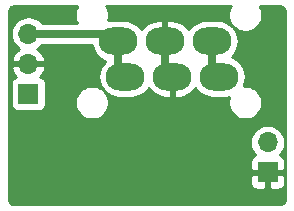
<source format=gbr>
G04 #@! TF.GenerationSoftware,KiCad,Pcbnew,(5.1.4)-1*
G04 #@! TF.CreationDate,2020-03-11T16:56:26-04:00*
G04 #@! TF.ProjectId,MicSwitchBoardElectret,4d696353-7769-4746-9368-426f61726445,rev?*
G04 #@! TF.SameCoordinates,Original*
G04 #@! TF.FileFunction,Copper,L1,Top*
G04 #@! TF.FilePolarity,Positive*
%FSLAX46Y46*%
G04 Gerber Fmt 4.6, Leading zero omitted, Abs format (unit mm)*
G04 Created by KiCad (PCBNEW (5.1.4)-1) date 2020-03-11 16:56:26*
%MOMM*%
%LPD*%
G04 APERTURE LIST*
%ADD10O,3.300000X2.300000*%
%ADD11O,1.700000X1.700000*%
%ADD12R,1.700000X1.700000*%
%ADD13C,0.800000*%
%ADD14C,0.635000*%
%ADD15C,0.254000*%
G04 APERTURE END LIST*
D10*
X132460000Y-68510000D03*
X131860000Y-65510000D03*
X128510000Y-68510000D03*
X127910000Y-65510000D03*
X124560000Y-68510000D03*
X123960000Y-65510000D03*
D11*
X136590000Y-74090000D03*
D12*
X136590000Y-76630000D03*
D11*
X116350000Y-64895000D03*
X116350000Y-67435000D03*
D12*
X116350000Y-69975000D03*
D13*
X127762000Y-78486000D03*
X124460000Y-77978000D03*
X119888000Y-78486000D03*
X117856000Y-76962000D03*
D14*
X127910000Y-67910000D02*
X128510000Y-68510000D01*
X127910000Y-65510000D02*
X127910000Y-67910000D01*
X131860000Y-67910000D02*
X132460000Y-68510000D01*
X131860000Y-65510000D02*
X131860000Y-67910000D01*
X123960000Y-67910000D02*
X124560000Y-68510000D01*
X123960000Y-65510000D02*
X123960000Y-67910000D01*
X123345000Y-64895000D02*
X123960000Y-65510000D01*
X116350000Y-64895000D02*
X123345000Y-64895000D01*
D15*
G36*
X120438320Y-62630273D02*
G01*
X120330147Y-62891426D01*
X120275000Y-63168665D01*
X120275000Y-63451335D01*
X120330147Y-63728574D01*
X120418758Y-63942500D01*
X117489364Y-63942500D01*
X117405134Y-63839866D01*
X117179014Y-63654294D01*
X116921034Y-63516401D01*
X116641111Y-63431487D01*
X116422950Y-63410000D01*
X116277050Y-63410000D01*
X116058889Y-63431487D01*
X115778966Y-63516401D01*
X115520986Y-63654294D01*
X115294866Y-63839866D01*
X115109294Y-64065986D01*
X114971401Y-64323966D01*
X114886487Y-64603889D01*
X114857815Y-64895000D01*
X114886487Y-65186111D01*
X114971401Y-65466034D01*
X115109294Y-65724014D01*
X115294866Y-65950134D01*
X115520986Y-66135706D01*
X115585523Y-66170201D01*
X115468645Y-66239822D01*
X115252412Y-66434731D01*
X115078359Y-66668080D01*
X114953175Y-66930901D01*
X114908524Y-67078110D01*
X115029845Y-67308000D01*
X116223000Y-67308000D01*
X116223000Y-67288000D01*
X116477000Y-67288000D01*
X116477000Y-67308000D01*
X117670155Y-67308000D01*
X117791476Y-67078110D01*
X117746825Y-66930901D01*
X117621641Y-66668080D01*
X117447588Y-66434731D01*
X117231355Y-66239822D01*
X117114477Y-66170201D01*
X117179014Y-66135706D01*
X117405134Y-65950134D01*
X117489364Y-65847500D01*
X121699605Y-65847500D01*
X121700828Y-65859921D01*
X121802896Y-66196395D01*
X121968646Y-66506491D01*
X122191708Y-66778292D01*
X122463509Y-67001354D01*
X122773605Y-67167104D01*
X122853195Y-67191247D01*
X122791708Y-67241708D01*
X122568646Y-67513509D01*
X122402896Y-67823605D01*
X122300828Y-68160079D01*
X122266364Y-68510000D01*
X122300828Y-68859921D01*
X122402896Y-69196395D01*
X122568646Y-69506491D01*
X122718573Y-69689177D01*
X122624759Y-69595363D01*
X122389727Y-69438320D01*
X122128574Y-69330147D01*
X121851335Y-69275000D01*
X121568665Y-69275000D01*
X121291426Y-69330147D01*
X121030273Y-69438320D01*
X120795241Y-69595363D01*
X120595363Y-69795241D01*
X120438320Y-70030273D01*
X120330147Y-70291426D01*
X120275000Y-70568665D01*
X120275000Y-70851335D01*
X120330147Y-71128574D01*
X120438320Y-71389727D01*
X120595363Y-71624759D01*
X120795241Y-71824637D01*
X121030273Y-71981680D01*
X121291426Y-72089853D01*
X121568665Y-72145000D01*
X121851335Y-72145000D01*
X122128574Y-72089853D01*
X122389727Y-71981680D01*
X122624759Y-71824637D01*
X122824637Y-71624759D01*
X122981680Y-71389727D01*
X123089853Y-71128574D01*
X123145000Y-70851335D01*
X123145000Y-70568665D01*
X123089853Y-70291426D01*
X122981680Y-70030273D01*
X122839543Y-69817549D01*
X123063509Y-70001354D01*
X123373605Y-70167104D01*
X123710079Y-70269172D01*
X123972317Y-70295000D01*
X125147683Y-70295000D01*
X125409921Y-70269172D01*
X125746395Y-70167104D01*
X126056491Y-70001354D01*
X126328292Y-69778292D01*
X126541742Y-69518203D01*
X126658011Y-69682383D01*
X126912710Y-69923616D01*
X127209577Y-70110524D01*
X127537204Y-70235925D01*
X127883000Y-70295000D01*
X128383000Y-70295000D01*
X128383000Y-68637000D01*
X128363000Y-68637000D01*
X128363000Y-68383000D01*
X128383000Y-68383000D01*
X128383000Y-68363000D01*
X128637000Y-68363000D01*
X128637000Y-68383000D01*
X128657000Y-68383000D01*
X128657000Y-68637000D01*
X128637000Y-68637000D01*
X128637000Y-70295000D01*
X129137000Y-70295000D01*
X129482796Y-70235925D01*
X129810423Y-70110524D01*
X130107290Y-69923616D01*
X130361989Y-69682383D01*
X130478258Y-69518203D01*
X130691708Y-69778292D01*
X130963509Y-70001354D01*
X131273605Y-70167104D01*
X131610079Y-70269172D01*
X131872317Y-70295000D01*
X133047683Y-70295000D01*
X133309921Y-70269172D01*
X133343596Y-70258957D01*
X133330147Y-70291426D01*
X133275000Y-70568665D01*
X133275000Y-70851335D01*
X133330147Y-71128574D01*
X133438320Y-71389727D01*
X133595363Y-71624759D01*
X133795241Y-71824637D01*
X134030273Y-71981680D01*
X134291426Y-72089853D01*
X134568665Y-72145000D01*
X134851335Y-72145000D01*
X135128574Y-72089853D01*
X135389727Y-71981680D01*
X135624759Y-71824637D01*
X135824637Y-71624759D01*
X135981680Y-71389727D01*
X136089853Y-71128574D01*
X136145000Y-70851335D01*
X136145000Y-70568665D01*
X136089853Y-70291426D01*
X135981680Y-70030273D01*
X135824637Y-69795241D01*
X135624759Y-69595363D01*
X135389727Y-69438320D01*
X135128574Y-69330147D01*
X134851335Y-69275000D01*
X134575089Y-69275000D01*
X134617104Y-69196395D01*
X134719172Y-68859921D01*
X134753636Y-68510000D01*
X134719172Y-68160079D01*
X134617104Y-67823605D01*
X134451354Y-67513509D01*
X134228292Y-67241708D01*
X133956491Y-67018646D01*
X133646395Y-66852896D01*
X133566805Y-66828753D01*
X133628292Y-66778292D01*
X133851354Y-66506491D01*
X134017104Y-66196395D01*
X134119172Y-65859921D01*
X134153636Y-65510000D01*
X134119172Y-65160079D01*
X134017104Y-64823605D01*
X133851354Y-64513509D01*
X133701427Y-64330823D01*
X133795241Y-64424637D01*
X134030273Y-64581680D01*
X134291426Y-64689853D01*
X134568665Y-64745000D01*
X134851335Y-64745000D01*
X135128574Y-64689853D01*
X135389727Y-64581680D01*
X135624759Y-64424637D01*
X135824637Y-64224759D01*
X135981680Y-63989727D01*
X136089853Y-63728574D01*
X136145000Y-63451335D01*
X136145000Y-63168665D01*
X136089853Y-62891426D01*
X135981680Y-62630273D01*
X135934725Y-62560000D01*
X137517721Y-62560000D01*
X137654270Y-62573389D01*
X137754573Y-62603672D01*
X137847080Y-62652859D01*
X137928273Y-62719079D01*
X137995057Y-62799808D01*
X138044888Y-62891967D01*
X138075871Y-62992056D01*
X138090001Y-63126494D01*
X138090000Y-78767720D01*
X138076611Y-78904269D01*
X138046327Y-79004575D01*
X137997142Y-79097080D01*
X137930921Y-79178274D01*
X137850195Y-79245056D01*
X137758031Y-79294889D01*
X137657945Y-79325871D01*
X137523515Y-79340000D01*
X115232280Y-79340000D01*
X115095731Y-79326611D01*
X114995425Y-79296327D01*
X114902920Y-79247142D01*
X114821726Y-79180921D01*
X114754944Y-79100195D01*
X114705111Y-79008031D01*
X114674129Y-78907945D01*
X114660000Y-78773515D01*
X114660000Y-77480000D01*
X135101928Y-77480000D01*
X135114188Y-77604482D01*
X135150498Y-77724180D01*
X135209463Y-77834494D01*
X135288815Y-77931185D01*
X135385506Y-78010537D01*
X135495820Y-78069502D01*
X135615518Y-78105812D01*
X135740000Y-78118072D01*
X136304250Y-78115000D01*
X136463000Y-77956250D01*
X136463000Y-76757000D01*
X136717000Y-76757000D01*
X136717000Y-77956250D01*
X136875750Y-78115000D01*
X137440000Y-78118072D01*
X137564482Y-78105812D01*
X137684180Y-78069502D01*
X137794494Y-78010537D01*
X137891185Y-77931185D01*
X137970537Y-77834494D01*
X138029502Y-77724180D01*
X138065812Y-77604482D01*
X138078072Y-77480000D01*
X138075000Y-76915750D01*
X137916250Y-76757000D01*
X136717000Y-76757000D01*
X136463000Y-76757000D01*
X135263750Y-76757000D01*
X135105000Y-76915750D01*
X135101928Y-77480000D01*
X114660000Y-77480000D01*
X114660000Y-74090000D01*
X135097815Y-74090000D01*
X135126487Y-74381111D01*
X135211401Y-74661034D01*
X135349294Y-74919014D01*
X135534866Y-75145134D01*
X135564687Y-75169607D01*
X135495820Y-75190498D01*
X135385506Y-75249463D01*
X135288815Y-75328815D01*
X135209463Y-75425506D01*
X135150498Y-75535820D01*
X135114188Y-75655518D01*
X135101928Y-75780000D01*
X135105000Y-76344250D01*
X135263750Y-76503000D01*
X136463000Y-76503000D01*
X136463000Y-76483000D01*
X136717000Y-76483000D01*
X136717000Y-76503000D01*
X137916250Y-76503000D01*
X138075000Y-76344250D01*
X138078072Y-75780000D01*
X138065812Y-75655518D01*
X138029502Y-75535820D01*
X137970537Y-75425506D01*
X137891185Y-75328815D01*
X137794494Y-75249463D01*
X137684180Y-75190498D01*
X137615313Y-75169607D01*
X137645134Y-75145134D01*
X137830706Y-74919014D01*
X137968599Y-74661034D01*
X138053513Y-74381111D01*
X138082185Y-74090000D01*
X138053513Y-73798889D01*
X137968599Y-73518966D01*
X137830706Y-73260986D01*
X137645134Y-73034866D01*
X137419014Y-72849294D01*
X137161034Y-72711401D01*
X136881111Y-72626487D01*
X136662950Y-72605000D01*
X136517050Y-72605000D01*
X136298889Y-72626487D01*
X136018966Y-72711401D01*
X135760986Y-72849294D01*
X135534866Y-73034866D01*
X135349294Y-73260986D01*
X135211401Y-73518966D01*
X135126487Y-73798889D01*
X135097815Y-74090000D01*
X114660000Y-74090000D01*
X114660000Y-69125000D01*
X114861928Y-69125000D01*
X114861928Y-70825000D01*
X114874188Y-70949482D01*
X114910498Y-71069180D01*
X114969463Y-71179494D01*
X115048815Y-71276185D01*
X115145506Y-71355537D01*
X115255820Y-71414502D01*
X115375518Y-71450812D01*
X115500000Y-71463072D01*
X117200000Y-71463072D01*
X117324482Y-71450812D01*
X117444180Y-71414502D01*
X117554494Y-71355537D01*
X117651185Y-71276185D01*
X117730537Y-71179494D01*
X117789502Y-71069180D01*
X117825812Y-70949482D01*
X117838072Y-70825000D01*
X117838072Y-69125000D01*
X117825812Y-69000518D01*
X117789502Y-68880820D01*
X117730537Y-68770506D01*
X117651185Y-68673815D01*
X117554494Y-68594463D01*
X117444180Y-68535498D01*
X117363534Y-68511034D01*
X117447588Y-68435269D01*
X117621641Y-68201920D01*
X117746825Y-67939099D01*
X117791476Y-67791890D01*
X117670155Y-67562000D01*
X116477000Y-67562000D01*
X116477000Y-67582000D01*
X116223000Y-67582000D01*
X116223000Y-67562000D01*
X115029845Y-67562000D01*
X114908524Y-67791890D01*
X114953175Y-67939099D01*
X115078359Y-68201920D01*
X115252412Y-68435269D01*
X115336466Y-68511034D01*
X115255820Y-68535498D01*
X115145506Y-68594463D01*
X115048815Y-68673815D01*
X114969463Y-68770506D01*
X114910498Y-68880820D01*
X114874188Y-69000518D01*
X114861928Y-69125000D01*
X114660000Y-69125000D01*
X114660000Y-63132279D01*
X114673389Y-62995730D01*
X114703672Y-62895427D01*
X114752859Y-62802920D01*
X114819079Y-62721727D01*
X114899808Y-62654943D01*
X114991967Y-62605112D01*
X115092056Y-62574129D01*
X115226485Y-62560000D01*
X120485275Y-62560000D01*
X120438320Y-62630273D01*
X120438320Y-62630273D01*
G37*
X120438320Y-62630273D02*
X120330147Y-62891426D01*
X120275000Y-63168665D01*
X120275000Y-63451335D01*
X120330147Y-63728574D01*
X120418758Y-63942500D01*
X117489364Y-63942500D01*
X117405134Y-63839866D01*
X117179014Y-63654294D01*
X116921034Y-63516401D01*
X116641111Y-63431487D01*
X116422950Y-63410000D01*
X116277050Y-63410000D01*
X116058889Y-63431487D01*
X115778966Y-63516401D01*
X115520986Y-63654294D01*
X115294866Y-63839866D01*
X115109294Y-64065986D01*
X114971401Y-64323966D01*
X114886487Y-64603889D01*
X114857815Y-64895000D01*
X114886487Y-65186111D01*
X114971401Y-65466034D01*
X115109294Y-65724014D01*
X115294866Y-65950134D01*
X115520986Y-66135706D01*
X115585523Y-66170201D01*
X115468645Y-66239822D01*
X115252412Y-66434731D01*
X115078359Y-66668080D01*
X114953175Y-66930901D01*
X114908524Y-67078110D01*
X115029845Y-67308000D01*
X116223000Y-67308000D01*
X116223000Y-67288000D01*
X116477000Y-67288000D01*
X116477000Y-67308000D01*
X117670155Y-67308000D01*
X117791476Y-67078110D01*
X117746825Y-66930901D01*
X117621641Y-66668080D01*
X117447588Y-66434731D01*
X117231355Y-66239822D01*
X117114477Y-66170201D01*
X117179014Y-66135706D01*
X117405134Y-65950134D01*
X117489364Y-65847500D01*
X121699605Y-65847500D01*
X121700828Y-65859921D01*
X121802896Y-66196395D01*
X121968646Y-66506491D01*
X122191708Y-66778292D01*
X122463509Y-67001354D01*
X122773605Y-67167104D01*
X122853195Y-67191247D01*
X122791708Y-67241708D01*
X122568646Y-67513509D01*
X122402896Y-67823605D01*
X122300828Y-68160079D01*
X122266364Y-68510000D01*
X122300828Y-68859921D01*
X122402896Y-69196395D01*
X122568646Y-69506491D01*
X122718573Y-69689177D01*
X122624759Y-69595363D01*
X122389727Y-69438320D01*
X122128574Y-69330147D01*
X121851335Y-69275000D01*
X121568665Y-69275000D01*
X121291426Y-69330147D01*
X121030273Y-69438320D01*
X120795241Y-69595363D01*
X120595363Y-69795241D01*
X120438320Y-70030273D01*
X120330147Y-70291426D01*
X120275000Y-70568665D01*
X120275000Y-70851335D01*
X120330147Y-71128574D01*
X120438320Y-71389727D01*
X120595363Y-71624759D01*
X120795241Y-71824637D01*
X121030273Y-71981680D01*
X121291426Y-72089853D01*
X121568665Y-72145000D01*
X121851335Y-72145000D01*
X122128574Y-72089853D01*
X122389727Y-71981680D01*
X122624759Y-71824637D01*
X122824637Y-71624759D01*
X122981680Y-71389727D01*
X123089853Y-71128574D01*
X123145000Y-70851335D01*
X123145000Y-70568665D01*
X123089853Y-70291426D01*
X122981680Y-70030273D01*
X122839543Y-69817549D01*
X123063509Y-70001354D01*
X123373605Y-70167104D01*
X123710079Y-70269172D01*
X123972317Y-70295000D01*
X125147683Y-70295000D01*
X125409921Y-70269172D01*
X125746395Y-70167104D01*
X126056491Y-70001354D01*
X126328292Y-69778292D01*
X126541742Y-69518203D01*
X126658011Y-69682383D01*
X126912710Y-69923616D01*
X127209577Y-70110524D01*
X127537204Y-70235925D01*
X127883000Y-70295000D01*
X128383000Y-70295000D01*
X128383000Y-68637000D01*
X128363000Y-68637000D01*
X128363000Y-68383000D01*
X128383000Y-68383000D01*
X128383000Y-68363000D01*
X128637000Y-68363000D01*
X128637000Y-68383000D01*
X128657000Y-68383000D01*
X128657000Y-68637000D01*
X128637000Y-68637000D01*
X128637000Y-70295000D01*
X129137000Y-70295000D01*
X129482796Y-70235925D01*
X129810423Y-70110524D01*
X130107290Y-69923616D01*
X130361989Y-69682383D01*
X130478258Y-69518203D01*
X130691708Y-69778292D01*
X130963509Y-70001354D01*
X131273605Y-70167104D01*
X131610079Y-70269172D01*
X131872317Y-70295000D01*
X133047683Y-70295000D01*
X133309921Y-70269172D01*
X133343596Y-70258957D01*
X133330147Y-70291426D01*
X133275000Y-70568665D01*
X133275000Y-70851335D01*
X133330147Y-71128574D01*
X133438320Y-71389727D01*
X133595363Y-71624759D01*
X133795241Y-71824637D01*
X134030273Y-71981680D01*
X134291426Y-72089853D01*
X134568665Y-72145000D01*
X134851335Y-72145000D01*
X135128574Y-72089853D01*
X135389727Y-71981680D01*
X135624759Y-71824637D01*
X135824637Y-71624759D01*
X135981680Y-71389727D01*
X136089853Y-71128574D01*
X136145000Y-70851335D01*
X136145000Y-70568665D01*
X136089853Y-70291426D01*
X135981680Y-70030273D01*
X135824637Y-69795241D01*
X135624759Y-69595363D01*
X135389727Y-69438320D01*
X135128574Y-69330147D01*
X134851335Y-69275000D01*
X134575089Y-69275000D01*
X134617104Y-69196395D01*
X134719172Y-68859921D01*
X134753636Y-68510000D01*
X134719172Y-68160079D01*
X134617104Y-67823605D01*
X134451354Y-67513509D01*
X134228292Y-67241708D01*
X133956491Y-67018646D01*
X133646395Y-66852896D01*
X133566805Y-66828753D01*
X133628292Y-66778292D01*
X133851354Y-66506491D01*
X134017104Y-66196395D01*
X134119172Y-65859921D01*
X134153636Y-65510000D01*
X134119172Y-65160079D01*
X134017104Y-64823605D01*
X133851354Y-64513509D01*
X133701427Y-64330823D01*
X133795241Y-64424637D01*
X134030273Y-64581680D01*
X134291426Y-64689853D01*
X134568665Y-64745000D01*
X134851335Y-64745000D01*
X135128574Y-64689853D01*
X135389727Y-64581680D01*
X135624759Y-64424637D01*
X135824637Y-64224759D01*
X135981680Y-63989727D01*
X136089853Y-63728574D01*
X136145000Y-63451335D01*
X136145000Y-63168665D01*
X136089853Y-62891426D01*
X135981680Y-62630273D01*
X135934725Y-62560000D01*
X137517721Y-62560000D01*
X137654270Y-62573389D01*
X137754573Y-62603672D01*
X137847080Y-62652859D01*
X137928273Y-62719079D01*
X137995057Y-62799808D01*
X138044888Y-62891967D01*
X138075871Y-62992056D01*
X138090001Y-63126494D01*
X138090000Y-78767720D01*
X138076611Y-78904269D01*
X138046327Y-79004575D01*
X137997142Y-79097080D01*
X137930921Y-79178274D01*
X137850195Y-79245056D01*
X137758031Y-79294889D01*
X137657945Y-79325871D01*
X137523515Y-79340000D01*
X115232280Y-79340000D01*
X115095731Y-79326611D01*
X114995425Y-79296327D01*
X114902920Y-79247142D01*
X114821726Y-79180921D01*
X114754944Y-79100195D01*
X114705111Y-79008031D01*
X114674129Y-78907945D01*
X114660000Y-78773515D01*
X114660000Y-77480000D01*
X135101928Y-77480000D01*
X135114188Y-77604482D01*
X135150498Y-77724180D01*
X135209463Y-77834494D01*
X135288815Y-77931185D01*
X135385506Y-78010537D01*
X135495820Y-78069502D01*
X135615518Y-78105812D01*
X135740000Y-78118072D01*
X136304250Y-78115000D01*
X136463000Y-77956250D01*
X136463000Y-76757000D01*
X136717000Y-76757000D01*
X136717000Y-77956250D01*
X136875750Y-78115000D01*
X137440000Y-78118072D01*
X137564482Y-78105812D01*
X137684180Y-78069502D01*
X137794494Y-78010537D01*
X137891185Y-77931185D01*
X137970537Y-77834494D01*
X138029502Y-77724180D01*
X138065812Y-77604482D01*
X138078072Y-77480000D01*
X138075000Y-76915750D01*
X137916250Y-76757000D01*
X136717000Y-76757000D01*
X136463000Y-76757000D01*
X135263750Y-76757000D01*
X135105000Y-76915750D01*
X135101928Y-77480000D01*
X114660000Y-77480000D01*
X114660000Y-74090000D01*
X135097815Y-74090000D01*
X135126487Y-74381111D01*
X135211401Y-74661034D01*
X135349294Y-74919014D01*
X135534866Y-75145134D01*
X135564687Y-75169607D01*
X135495820Y-75190498D01*
X135385506Y-75249463D01*
X135288815Y-75328815D01*
X135209463Y-75425506D01*
X135150498Y-75535820D01*
X135114188Y-75655518D01*
X135101928Y-75780000D01*
X135105000Y-76344250D01*
X135263750Y-76503000D01*
X136463000Y-76503000D01*
X136463000Y-76483000D01*
X136717000Y-76483000D01*
X136717000Y-76503000D01*
X137916250Y-76503000D01*
X138075000Y-76344250D01*
X138078072Y-75780000D01*
X138065812Y-75655518D01*
X138029502Y-75535820D01*
X137970537Y-75425506D01*
X137891185Y-75328815D01*
X137794494Y-75249463D01*
X137684180Y-75190498D01*
X137615313Y-75169607D01*
X137645134Y-75145134D01*
X137830706Y-74919014D01*
X137968599Y-74661034D01*
X138053513Y-74381111D01*
X138082185Y-74090000D01*
X138053513Y-73798889D01*
X137968599Y-73518966D01*
X137830706Y-73260986D01*
X137645134Y-73034866D01*
X137419014Y-72849294D01*
X137161034Y-72711401D01*
X136881111Y-72626487D01*
X136662950Y-72605000D01*
X136517050Y-72605000D01*
X136298889Y-72626487D01*
X136018966Y-72711401D01*
X135760986Y-72849294D01*
X135534866Y-73034866D01*
X135349294Y-73260986D01*
X135211401Y-73518966D01*
X135126487Y-73798889D01*
X135097815Y-74090000D01*
X114660000Y-74090000D01*
X114660000Y-69125000D01*
X114861928Y-69125000D01*
X114861928Y-70825000D01*
X114874188Y-70949482D01*
X114910498Y-71069180D01*
X114969463Y-71179494D01*
X115048815Y-71276185D01*
X115145506Y-71355537D01*
X115255820Y-71414502D01*
X115375518Y-71450812D01*
X115500000Y-71463072D01*
X117200000Y-71463072D01*
X117324482Y-71450812D01*
X117444180Y-71414502D01*
X117554494Y-71355537D01*
X117651185Y-71276185D01*
X117730537Y-71179494D01*
X117789502Y-71069180D01*
X117825812Y-70949482D01*
X117838072Y-70825000D01*
X117838072Y-69125000D01*
X117825812Y-69000518D01*
X117789502Y-68880820D01*
X117730537Y-68770506D01*
X117651185Y-68673815D01*
X117554494Y-68594463D01*
X117444180Y-68535498D01*
X117363534Y-68511034D01*
X117447588Y-68435269D01*
X117621641Y-68201920D01*
X117746825Y-67939099D01*
X117791476Y-67791890D01*
X117670155Y-67562000D01*
X116477000Y-67562000D01*
X116477000Y-67582000D01*
X116223000Y-67582000D01*
X116223000Y-67562000D01*
X115029845Y-67562000D01*
X114908524Y-67791890D01*
X114953175Y-67939099D01*
X115078359Y-68201920D01*
X115252412Y-68435269D01*
X115336466Y-68511034D01*
X115255820Y-68535498D01*
X115145506Y-68594463D01*
X115048815Y-68673815D01*
X114969463Y-68770506D01*
X114910498Y-68880820D01*
X114874188Y-69000518D01*
X114861928Y-69125000D01*
X114660000Y-69125000D01*
X114660000Y-63132279D01*
X114673389Y-62995730D01*
X114703672Y-62895427D01*
X114752859Y-62802920D01*
X114819079Y-62721727D01*
X114899808Y-62654943D01*
X114991967Y-62605112D01*
X115092056Y-62574129D01*
X115226485Y-62560000D01*
X120485275Y-62560000D01*
X120438320Y-62630273D01*
G36*
X133438320Y-62630273D02*
G01*
X133330147Y-62891426D01*
X133275000Y-63168665D01*
X133275000Y-63451335D01*
X133330147Y-63728574D01*
X133438320Y-63989727D01*
X133580457Y-64202451D01*
X133356491Y-64018646D01*
X133046395Y-63852896D01*
X132709921Y-63750828D01*
X132447683Y-63725000D01*
X131272317Y-63725000D01*
X131010079Y-63750828D01*
X130673605Y-63852896D01*
X130363509Y-64018646D01*
X130091708Y-64241708D01*
X129878258Y-64501797D01*
X129761989Y-64337617D01*
X129507290Y-64096384D01*
X129210423Y-63909476D01*
X128882796Y-63784075D01*
X128537000Y-63725000D01*
X128037000Y-63725000D01*
X128037000Y-65383000D01*
X128057000Y-65383000D01*
X128057000Y-65637000D01*
X128037000Y-65637000D01*
X128037000Y-65657000D01*
X127783000Y-65657000D01*
X127783000Y-65637000D01*
X127763000Y-65637000D01*
X127763000Y-65383000D01*
X127783000Y-65383000D01*
X127783000Y-63725000D01*
X127283000Y-63725000D01*
X126937204Y-63784075D01*
X126609577Y-63909476D01*
X126312710Y-64096384D01*
X126058011Y-64337617D01*
X125941742Y-64501797D01*
X125728292Y-64241708D01*
X125456491Y-64018646D01*
X125146395Y-63852896D01*
X124809921Y-63750828D01*
X124547683Y-63725000D01*
X123372317Y-63725000D01*
X123110079Y-63750828D01*
X123076404Y-63761043D01*
X123089853Y-63728574D01*
X123145000Y-63451335D01*
X123145000Y-63168665D01*
X123089853Y-62891426D01*
X122981680Y-62630273D01*
X122934725Y-62560000D01*
X133485275Y-62560000D01*
X133438320Y-62630273D01*
X133438320Y-62630273D01*
G37*
X133438320Y-62630273D02*
X133330147Y-62891426D01*
X133275000Y-63168665D01*
X133275000Y-63451335D01*
X133330147Y-63728574D01*
X133438320Y-63989727D01*
X133580457Y-64202451D01*
X133356491Y-64018646D01*
X133046395Y-63852896D01*
X132709921Y-63750828D01*
X132447683Y-63725000D01*
X131272317Y-63725000D01*
X131010079Y-63750828D01*
X130673605Y-63852896D01*
X130363509Y-64018646D01*
X130091708Y-64241708D01*
X129878258Y-64501797D01*
X129761989Y-64337617D01*
X129507290Y-64096384D01*
X129210423Y-63909476D01*
X128882796Y-63784075D01*
X128537000Y-63725000D01*
X128037000Y-63725000D01*
X128037000Y-65383000D01*
X128057000Y-65383000D01*
X128057000Y-65637000D01*
X128037000Y-65637000D01*
X128037000Y-65657000D01*
X127783000Y-65657000D01*
X127783000Y-65637000D01*
X127763000Y-65637000D01*
X127763000Y-65383000D01*
X127783000Y-65383000D01*
X127783000Y-63725000D01*
X127283000Y-63725000D01*
X126937204Y-63784075D01*
X126609577Y-63909476D01*
X126312710Y-64096384D01*
X126058011Y-64337617D01*
X125941742Y-64501797D01*
X125728292Y-64241708D01*
X125456491Y-64018646D01*
X125146395Y-63852896D01*
X124809921Y-63750828D01*
X124547683Y-63725000D01*
X123372317Y-63725000D01*
X123110079Y-63750828D01*
X123076404Y-63761043D01*
X123089853Y-63728574D01*
X123145000Y-63451335D01*
X123145000Y-63168665D01*
X123089853Y-62891426D01*
X122981680Y-62630273D01*
X122934725Y-62560000D01*
X133485275Y-62560000D01*
X133438320Y-62630273D01*
M02*

</source>
